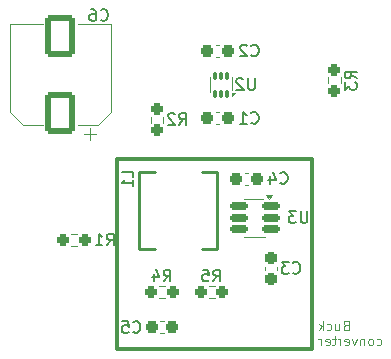
<source format=gbo>
G04 #@! TF.GenerationSoftware,KiCad,Pcbnew,8.0.1*
G04 #@! TF.CreationDate,2024-03-27T22:14:34+01:00*
G04 #@! TF.ProjectId,kurumi,6b757275-6d69-42e6-9b69-6361645f7063,rev?*
G04 #@! TF.SameCoordinates,Original*
G04 #@! TF.FileFunction,Legend,Bot*
G04 #@! TF.FilePolarity,Positive*
%FSLAX46Y46*%
G04 Gerber Fmt 4.6, Leading zero omitted, Abs format (unit mm)*
G04 Created by KiCad (PCBNEW 8.0.1) date 2024-03-27 22:14:34*
%MOMM*%
%LPD*%
G01*
G04 APERTURE LIST*
G04 Aperture macros list*
%AMRoundRect*
0 Rectangle with rounded corners*
0 $1 Rounding radius*
0 $2 $3 $4 $5 $6 $7 $8 $9 X,Y pos of 4 corners*
0 Add a 4 corners polygon primitive as box body*
4,1,4,$2,$3,$4,$5,$6,$7,$8,$9,$2,$3,0*
0 Add four circle primitives for the rounded corners*
1,1,$1+$1,$2,$3*
1,1,$1+$1,$4,$5*
1,1,$1+$1,$6,$7*
1,1,$1+$1,$8,$9*
0 Add four rect primitives between the rounded corners*
20,1,$1+$1,$2,$3,$4,$5,0*
20,1,$1+$1,$4,$5,$6,$7,0*
20,1,$1+$1,$6,$7,$8,$9,0*
20,1,$1+$1,$8,$9,$2,$3,0*%
G04 Aperture macros list end*
%ADD10C,0.300000*%
%ADD11C,0.100000*%
%ADD12C,0.150000*%
%ADD13C,0.152400*%
%ADD14C,0.120000*%
%ADD15C,0.254000*%
%ADD16R,3.000000X3.000000*%
%ADD17C,3.000000*%
%ADD18R,1.700000X1.700000*%
%ADD19O,1.700000X1.700000*%
%ADD20RoundRect,0.237500X-0.250000X-0.237500X0.250000X-0.237500X0.250000X0.237500X-0.250000X0.237500X0*%
%ADD21RoundRect,0.085000X0.085000X-0.265000X0.085000X0.265000X-0.085000X0.265000X-0.085000X-0.265000X0*%
%ADD22RoundRect,0.162500X0.617500X0.162500X-0.617500X0.162500X-0.617500X-0.162500X0.617500X-0.162500X0*%
%ADD23RoundRect,0.237500X-0.300000X-0.237500X0.300000X-0.237500X0.300000X0.237500X-0.300000X0.237500X0*%
%ADD24R,3.500000X2.350000*%
%ADD25RoundRect,0.237500X-0.237500X0.300000X-0.237500X-0.300000X0.237500X-0.300000X0.237500X0.300000X0*%
%ADD26RoundRect,0.237500X0.300000X0.237500X-0.300000X0.237500X-0.300000X-0.237500X0.300000X-0.237500X0*%
%ADD27RoundRect,0.237500X0.237500X-0.250000X0.237500X0.250000X-0.237500X0.250000X-0.237500X-0.250000X0*%
%ADD28RoundRect,0.250000X1.000000X-1.500000X1.000000X1.500000X-1.000000X1.500000X-1.000000X-1.500000X0*%
G04 APERTURE END LIST*
D10*
X23900000Y-25600000D02*
X40400000Y-25600000D01*
X40400000Y-41700000D01*
X23900000Y-41700000D01*
X23900000Y-25600000D01*
D11*
X43265789Y-39701870D02*
X43151503Y-39739965D01*
X43151503Y-39739965D02*
X43113408Y-39778061D01*
X43113408Y-39778061D02*
X43075312Y-39854251D01*
X43075312Y-39854251D02*
X43075312Y-39968537D01*
X43075312Y-39968537D02*
X43113408Y-40044727D01*
X43113408Y-40044727D02*
X43151503Y-40082823D01*
X43151503Y-40082823D02*
X43227693Y-40120918D01*
X43227693Y-40120918D02*
X43532455Y-40120918D01*
X43532455Y-40120918D02*
X43532455Y-39320918D01*
X43532455Y-39320918D02*
X43265789Y-39320918D01*
X43265789Y-39320918D02*
X43189598Y-39359013D01*
X43189598Y-39359013D02*
X43151503Y-39397108D01*
X43151503Y-39397108D02*
X43113408Y-39473299D01*
X43113408Y-39473299D02*
X43113408Y-39549489D01*
X43113408Y-39549489D02*
X43151503Y-39625680D01*
X43151503Y-39625680D02*
X43189598Y-39663775D01*
X43189598Y-39663775D02*
X43265789Y-39701870D01*
X43265789Y-39701870D02*
X43532455Y-39701870D01*
X42389598Y-39587584D02*
X42389598Y-40120918D01*
X42732455Y-39587584D02*
X42732455Y-40006632D01*
X42732455Y-40006632D02*
X42694360Y-40082823D01*
X42694360Y-40082823D02*
X42618170Y-40120918D01*
X42618170Y-40120918D02*
X42503884Y-40120918D01*
X42503884Y-40120918D02*
X42427693Y-40082823D01*
X42427693Y-40082823D02*
X42389598Y-40044727D01*
X41665788Y-40082823D02*
X41741979Y-40120918D01*
X41741979Y-40120918D02*
X41894360Y-40120918D01*
X41894360Y-40120918D02*
X41970550Y-40082823D01*
X41970550Y-40082823D02*
X42008645Y-40044727D01*
X42008645Y-40044727D02*
X42046741Y-39968537D01*
X42046741Y-39968537D02*
X42046741Y-39739965D01*
X42046741Y-39739965D02*
X42008645Y-39663775D01*
X42008645Y-39663775D02*
X41970550Y-39625680D01*
X41970550Y-39625680D02*
X41894360Y-39587584D01*
X41894360Y-39587584D02*
X41741979Y-39587584D01*
X41741979Y-39587584D02*
X41665788Y-39625680D01*
X41322931Y-40120918D02*
X41322931Y-39320918D01*
X41246741Y-39816156D02*
X41018169Y-40120918D01*
X41018169Y-39587584D02*
X41322931Y-39892346D01*
X45894360Y-41370778D02*
X45970551Y-41408873D01*
X45970551Y-41408873D02*
X46122932Y-41408873D01*
X46122932Y-41408873D02*
X46199122Y-41370778D01*
X46199122Y-41370778D02*
X46237217Y-41332682D01*
X46237217Y-41332682D02*
X46275313Y-41256492D01*
X46275313Y-41256492D02*
X46275313Y-41027920D01*
X46275313Y-41027920D02*
X46237217Y-40951730D01*
X46237217Y-40951730D02*
X46199122Y-40913635D01*
X46199122Y-40913635D02*
X46122932Y-40875539D01*
X46122932Y-40875539D02*
X45970551Y-40875539D01*
X45970551Y-40875539D02*
X45894360Y-40913635D01*
X45437218Y-41408873D02*
X45513408Y-41370778D01*
X45513408Y-41370778D02*
X45551503Y-41332682D01*
X45551503Y-41332682D02*
X45589599Y-41256492D01*
X45589599Y-41256492D02*
X45589599Y-41027920D01*
X45589599Y-41027920D02*
X45551503Y-40951730D01*
X45551503Y-40951730D02*
X45513408Y-40913635D01*
X45513408Y-40913635D02*
X45437218Y-40875539D01*
X45437218Y-40875539D02*
X45322932Y-40875539D01*
X45322932Y-40875539D02*
X45246741Y-40913635D01*
X45246741Y-40913635D02*
X45208646Y-40951730D01*
X45208646Y-40951730D02*
X45170551Y-41027920D01*
X45170551Y-41027920D02*
X45170551Y-41256492D01*
X45170551Y-41256492D02*
X45208646Y-41332682D01*
X45208646Y-41332682D02*
X45246741Y-41370778D01*
X45246741Y-41370778D02*
X45322932Y-41408873D01*
X45322932Y-41408873D02*
X45437218Y-41408873D01*
X44827693Y-40875539D02*
X44827693Y-41408873D01*
X44827693Y-40951730D02*
X44789598Y-40913635D01*
X44789598Y-40913635D02*
X44713408Y-40875539D01*
X44713408Y-40875539D02*
X44599122Y-40875539D01*
X44599122Y-40875539D02*
X44522931Y-40913635D01*
X44522931Y-40913635D02*
X44484836Y-40989825D01*
X44484836Y-40989825D02*
X44484836Y-41408873D01*
X44180074Y-40875539D02*
X43989598Y-41408873D01*
X43989598Y-41408873D02*
X43799121Y-40875539D01*
X43189597Y-41370778D02*
X43265788Y-41408873D01*
X43265788Y-41408873D02*
X43418169Y-41408873D01*
X43418169Y-41408873D02*
X43494359Y-41370778D01*
X43494359Y-41370778D02*
X43532455Y-41294587D01*
X43532455Y-41294587D02*
X43532455Y-40989825D01*
X43532455Y-40989825D02*
X43494359Y-40913635D01*
X43494359Y-40913635D02*
X43418169Y-40875539D01*
X43418169Y-40875539D02*
X43265788Y-40875539D01*
X43265788Y-40875539D02*
X43189597Y-40913635D01*
X43189597Y-40913635D02*
X43151502Y-40989825D01*
X43151502Y-40989825D02*
X43151502Y-41066016D01*
X43151502Y-41066016D02*
X43532455Y-41142206D01*
X42808645Y-41408873D02*
X42808645Y-40875539D01*
X42808645Y-41027920D02*
X42770550Y-40951730D01*
X42770550Y-40951730D02*
X42732455Y-40913635D01*
X42732455Y-40913635D02*
X42656264Y-40875539D01*
X42656264Y-40875539D02*
X42580074Y-40875539D01*
X42427693Y-40875539D02*
X42122931Y-40875539D01*
X42313407Y-40608873D02*
X42313407Y-41294587D01*
X42313407Y-41294587D02*
X42275312Y-41370778D01*
X42275312Y-41370778D02*
X42199122Y-41408873D01*
X42199122Y-41408873D02*
X42122931Y-41408873D01*
X41551502Y-41370778D02*
X41627693Y-41408873D01*
X41627693Y-41408873D02*
X41780074Y-41408873D01*
X41780074Y-41408873D02*
X41856264Y-41370778D01*
X41856264Y-41370778D02*
X41894360Y-41294587D01*
X41894360Y-41294587D02*
X41894360Y-40989825D01*
X41894360Y-40989825D02*
X41856264Y-40913635D01*
X41856264Y-40913635D02*
X41780074Y-40875539D01*
X41780074Y-40875539D02*
X41627693Y-40875539D01*
X41627693Y-40875539D02*
X41551502Y-40913635D01*
X41551502Y-40913635D02*
X41513407Y-40989825D01*
X41513407Y-40989825D02*
X41513407Y-41066016D01*
X41513407Y-41066016D02*
X41894360Y-41142206D01*
X41170550Y-41408873D02*
X41170550Y-40875539D01*
X41170550Y-41027920D02*
X41132455Y-40951730D01*
X41132455Y-40951730D02*
X41094360Y-40913635D01*
X41094360Y-40913635D02*
X41018169Y-40875539D01*
X41018169Y-40875539D02*
X40941979Y-40875539D01*
D12*
X27854166Y-36004819D02*
X28187499Y-35528628D01*
X28425594Y-36004819D02*
X28425594Y-35004819D01*
X28425594Y-35004819D02*
X28044642Y-35004819D01*
X28044642Y-35004819D02*
X27949404Y-35052438D01*
X27949404Y-35052438D02*
X27901785Y-35100057D01*
X27901785Y-35100057D02*
X27854166Y-35195295D01*
X27854166Y-35195295D02*
X27854166Y-35338152D01*
X27854166Y-35338152D02*
X27901785Y-35433390D01*
X27901785Y-35433390D02*
X27949404Y-35481009D01*
X27949404Y-35481009D02*
X28044642Y-35528628D01*
X28044642Y-35528628D02*
X28425594Y-35528628D01*
X26997023Y-35338152D02*
X26997023Y-36004819D01*
X27235118Y-34957200D02*
X27473213Y-35671485D01*
X27473213Y-35671485D02*
X26854166Y-35671485D01*
X35561904Y-18804819D02*
X35561904Y-19614342D01*
X35561904Y-19614342D02*
X35514285Y-19709580D01*
X35514285Y-19709580D02*
X35466666Y-19757200D01*
X35466666Y-19757200D02*
X35371428Y-19804819D01*
X35371428Y-19804819D02*
X35180952Y-19804819D01*
X35180952Y-19804819D02*
X35085714Y-19757200D01*
X35085714Y-19757200D02*
X35038095Y-19709580D01*
X35038095Y-19709580D02*
X34990476Y-19614342D01*
X34990476Y-19614342D02*
X34990476Y-18804819D01*
X34561904Y-18900057D02*
X34514285Y-18852438D01*
X34514285Y-18852438D02*
X34419047Y-18804819D01*
X34419047Y-18804819D02*
X34180952Y-18804819D01*
X34180952Y-18804819D02*
X34085714Y-18852438D01*
X34085714Y-18852438D02*
X34038095Y-18900057D01*
X34038095Y-18900057D02*
X33990476Y-18995295D01*
X33990476Y-18995295D02*
X33990476Y-19090533D01*
X33990476Y-19090533D02*
X34038095Y-19233390D01*
X34038095Y-19233390D02*
X34609523Y-19804819D01*
X34609523Y-19804819D02*
X33990476Y-19804819D01*
X32066666Y-36004819D02*
X32399999Y-35528628D01*
X32638094Y-36004819D02*
X32638094Y-35004819D01*
X32638094Y-35004819D02*
X32257142Y-35004819D01*
X32257142Y-35004819D02*
X32161904Y-35052438D01*
X32161904Y-35052438D02*
X32114285Y-35100057D01*
X32114285Y-35100057D02*
X32066666Y-35195295D01*
X32066666Y-35195295D02*
X32066666Y-35338152D01*
X32066666Y-35338152D02*
X32114285Y-35433390D01*
X32114285Y-35433390D02*
X32161904Y-35481009D01*
X32161904Y-35481009D02*
X32257142Y-35528628D01*
X32257142Y-35528628D02*
X32638094Y-35528628D01*
X31161904Y-35004819D02*
X31638094Y-35004819D01*
X31638094Y-35004819D02*
X31685713Y-35481009D01*
X31685713Y-35481009D02*
X31638094Y-35433390D01*
X31638094Y-35433390D02*
X31542856Y-35385771D01*
X31542856Y-35385771D02*
X31304761Y-35385771D01*
X31304761Y-35385771D02*
X31209523Y-35433390D01*
X31209523Y-35433390D02*
X31161904Y-35481009D01*
X31161904Y-35481009D02*
X31114285Y-35576247D01*
X31114285Y-35576247D02*
X31114285Y-35814342D01*
X31114285Y-35814342D02*
X31161904Y-35909580D01*
X31161904Y-35909580D02*
X31209523Y-35957200D01*
X31209523Y-35957200D02*
X31304761Y-36004819D01*
X31304761Y-36004819D02*
X31542856Y-36004819D01*
X31542856Y-36004819D02*
X31638094Y-35957200D01*
X31638094Y-35957200D02*
X31685713Y-35909580D01*
X40011904Y-30054819D02*
X40011904Y-30864342D01*
X40011904Y-30864342D02*
X39964285Y-30959580D01*
X39964285Y-30959580D02*
X39916666Y-31007200D01*
X39916666Y-31007200D02*
X39821428Y-31054819D01*
X39821428Y-31054819D02*
X39630952Y-31054819D01*
X39630952Y-31054819D02*
X39535714Y-31007200D01*
X39535714Y-31007200D02*
X39488095Y-30959580D01*
X39488095Y-30959580D02*
X39440476Y-30864342D01*
X39440476Y-30864342D02*
X39440476Y-30054819D01*
X39059523Y-30054819D02*
X38440476Y-30054819D01*
X38440476Y-30054819D02*
X38773809Y-30435771D01*
X38773809Y-30435771D02*
X38630952Y-30435771D01*
X38630952Y-30435771D02*
X38535714Y-30483390D01*
X38535714Y-30483390D02*
X38488095Y-30531009D01*
X38488095Y-30531009D02*
X38440476Y-30626247D01*
X38440476Y-30626247D02*
X38440476Y-30864342D01*
X38440476Y-30864342D02*
X38488095Y-30959580D01*
X38488095Y-30959580D02*
X38535714Y-31007200D01*
X38535714Y-31007200D02*
X38630952Y-31054819D01*
X38630952Y-31054819D02*
X38916666Y-31054819D01*
X38916666Y-31054819D02*
X39011904Y-31007200D01*
X39011904Y-31007200D02*
X39059523Y-30959580D01*
X23029166Y-32954819D02*
X23362499Y-32478628D01*
X23600594Y-32954819D02*
X23600594Y-31954819D01*
X23600594Y-31954819D02*
X23219642Y-31954819D01*
X23219642Y-31954819D02*
X23124404Y-32002438D01*
X23124404Y-32002438D02*
X23076785Y-32050057D01*
X23076785Y-32050057D02*
X23029166Y-32145295D01*
X23029166Y-32145295D02*
X23029166Y-32288152D01*
X23029166Y-32288152D02*
X23076785Y-32383390D01*
X23076785Y-32383390D02*
X23124404Y-32431009D01*
X23124404Y-32431009D02*
X23219642Y-32478628D01*
X23219642Y-32478628D02*
X23600594Y-32478628D01*
X22076785Y-32954819D02*
X22648213Y-32954819D01*
X22362499Y-32954819D02*
X22362499Y-31954819D01*
X22362499Y-31954819D02*
X22457737Y-32097676D01*
X22457737Y-32097676D02*
X22552975Y-32192914D01*
X22552975Y-32192914D02*
X22648213Y-32240533D01*
X35266666Y-16859580D02*
X35314285Y-16907200D01*
X35314285Y-16907200D02*
X35457142Y-16954819D01*
X35457142Y-16954819D02*
X35552380Y-16954819D01*
X35552380Y-16954819D02*
X35695237Y-16907200D01*
X35695237Y-16907200D02*
X35790475Y-16811961D01*
X35790475Y-16811961D02*
X35838094Y-16716723D01*
X35838094Y-16716723D02*
X35885713Y-16526247D01*
X35885713Y-16526247D02*
X35885713Y-16383390D01*
X35885713Y-16383390D02*
X35838094Y-16192914D01*
X35838094Y-16192914D02*
X35790475Y-16097676D01*
X35790475Y-16097676D02*
X35695237Y-16002438D01*
X35695237Y-16002438D02*
X35552380Y-15954819D01*
X35552380Y-15954819D02*
X35457142Y-15954819D01*
X35457142Y-15954819D02*
X35314285Y-16002438D01*
X35314285Y-16002438D02*
X35266666Y-16050057D01*
X34885713Y-16050057D02*
X34838094Y-16002438D01*
X34838094Y-16002438D02*
X34742856Y-15954819D01*
X34742856Y-15954819D02*
X34504761Y-15954819D01*
X34504761Y-15954819D02*
X34409523Y-16002438D01*
X34409523Y-16002438D02*
X34361904Y-16050057D01*
X34361904Y-16050057D02*
X34314285Y-16145295D01*
X34314285Y-16145295D02*
X34314285Y-16240533D01*
X34314285Y-16240533D02*
X34361904Y-16383390D01*
X34361904Y-16383390D02*
X34933332Y-16954819D01*
X34933332Y-16954819D02*
X34314285Y-16954819D01*
D13*
X25215093Y-27141793D02*
X25215093Y-26706365D01*
X25215093Y-26706365D02*
X24300693Y-26706365D01*
X25215093Y-27925565D02*
X25215093Y-27403051D01*
X25215093Y-27664308D02*
X24300693Y-27664308D01*
X24300693Y-27664308D02*
X24431322Y-27577222D01*
X24431322Y-27577222D02*
X24518408Y-27490137D01*
X24518408Y-27490137D02*
X24561951Y-27403051D01*
D12*
X38779166Y-35259580D02*
X38826785Y-35307200D01*
X38826785Y-35307200D02*
X38969642Y-35354819D01*
X38969642Y-35354819D02*
X39064880Y-35354819D01*
X39064880Y-35354819D02*
X39207737Y-35307200D01*
X39207737Y-35307200D02*
X39302975Y-35211961D01*
X39302975Y-35211961D02*
X39350594Y-35116723D01*
X39350594Y-35116723D02*
X39398213Y-34926247D01*
X39398213Y-34926247D02*
X39398213Y-34783390D01*
X39398213Y-34783390D02*
X39350594Y-34592914D01*
X39350594Y-34592914D02*
X39302975Y-34497676D01*
X39302975Y-34497676D02*
X39207737Y-34402438D01*
X39207737Y-34402438D02*
X39064880Y-34354819D01*
X39064880Y-34354819D02*
X38969642Y-34354819D01*
X38969642Y-34354819D02*
X38826785Y-34402438D01*
X38826785Y-34402438D02*
X38779166Y-34450057D01*
X38445832Y-34354819D02*
X37826785Y-34354819D01*
X37826785Y-34354819D02*
X38160118Y-34735771D01*
X38160118Y-34735771D02*
X38017261Y-34735771D01*
X38017261Y-34735771D02*
X37922023Y-34783390D01*
X37922023Y-34783390D02*
X37874404Y-34831009D01*
X37874404Y-34831009D02*
X37826785Y-34926247D01*
X37826785Y-34926247D02*
X37826785Y-35164342D01*
X37826785Y-35164342D02*
X37874404Y-35259580D01*
X37874404Y-35259580D02*
X37922023Y-35307200D01*
X37922023Y-35307200D02*
X38017261Y-35354819D01*
X38017261Y-35354819D02*
X38302975Y-35354819D01*
X38302975Y-35354819D02*
X38398213Y-35307200D01*
X38398213Y-35307200D02*
X38445832Y-35259580D01*
X25266666Y-40259580D02*
X25314285Y-40307200D01*
X25314285Y-40307200D02*
X25457142Y-40354819D01*
X25457142Y-40354819D02*
X25552380Y-40354819D01*
X25552380Y-40354819D02*
X25695237Y-40307200D01*
X25695237Y-40307200D02*
X25790475Y-40211961D01*
X25790475Y-40211961D02*
X25838094Y-40116723D01*
X25838094Y-40116723D02*
X25885713Y-39926247D01*
X25885713Y-39926247D02*
X25885713Y-39783390D01*
X25885713Y-39783390D02*
X25838094Y-39592914D01*
X25838094Y-39592914D02*
X25790475Y-39497676D01*
X25790475Y-39497676D02*
X25695237Y-39402438D01*
X25695237Y-39402438D02*
X25552380Y-39354819D01*
X25552380Y-39354819D02*
X25457142Y-39354819D01*
X25457142Y-39354819D02*
X25314285Y-39402438D01*
X25314285Y-39402438D02*
X25266666Y-39450057D01*
X24361904Y-39354819D02*
X24838094Y-39354819D01*
X24838094Y-39354819D02*
X24885713Y-39831009D01*
X24885713Y-39831009D02*
X24838094Y-39783390D01*
X24838094Y-39783390D02*
X24742856Y-39735771D01*
X24742856Y-39735771D02*
X24504761Y-39735771D01*
X24504761Y-39735771D02*
X24409523Y-39783390D01*
X24409523Y-39783390D02*
X24361904Y-39831009D01*
X24361904Y-39831009D02*
X24314285Y-39926247D01*
X24314285Y-39926247D02*
X24314285Y-40164342D01*
X24314285Y-40164342D02*
X24361904Y-40259580D01*
X24361904Y-40259580D02*
X24409523Y-40307200D01*
X24409523Y-40307200D02*
X24504761Y-40354819D01*
X24504761Y-40354819D02*
X24742856Y-40354819D01*
X24742856Y-40354819D02*
X24838094Y-40307200D01*
X24838094Y-40307200D02*
X24885713Y-40259580D01*
X35266666Y-22559580D02*
X35314285Y-22607200D01*
X35314285Y-22607200D02*
X35457142Y-22654819D01*
X35457142Y-22654819D02*
X35552380Y-22654819D01*
X35552380Y-22654819D02*
X35695237Y-22607200D01*
X35695237Y-22607200D02*
X35790475Y-22511961D01*
X35790475Y-22511961D02*
X35838094Y-22416723D01*
X35838094Y-22416723D02*
X35885713Y-22226247D01*
X35885713Y-22226247D02*
X35885713Y-22083390D01*
X35885713Y-22083390D02*
X35838094Y-21892914D01*
X35838094Y-21892914D02*
X35790475Y-21797676D01*
X35790475Y-21797676D02*
X35695237Y-21702438D01*
X35695237Y-21702438D02*
X35552380Y-21654819D01*
X35552380Y-21654819D02*
X35457142Y-21654819D01*
X35457142Y-21654819D02*
X35314285Y-21702438D01*
X35314285Y-21702438D02*
X35266666Y-21750057D01*
X34314285Y-22654819D02*
X34885713Y-22654819D01*
X34599999Y-22654819D02*
X34599999Y-21654819D01*
X34599999Y-21654819D02*
X34695237Y-21797676D01*
X34695237Y-21797676D02*
X34790475Y-21892914D01*
X34790475Y-21892914D02*
X34885713Y-21940533D01*
X44184819Y-18820833D02*
X43708628Y-18487500D01*
X44184819Y-18249405D02*
X43184819Y-18249405D01*
X43184819Y-18249405D02*
X43184819Y-18630357D01*
X43184819Y-18630357D02*
X43232438Y-18725595D01*
X43232438Y-18725595D02*
X43280057Y-18773214D01*
X43280057Y-18773214D02*
X43375295Y-18820833D01*
X43375295Y-18820833D02*
X43518152Y-18820833D01*
X43518152Y-18820833D02*
X43613390Y-18773214D01*
X43613390Y-18773214D02*
X43661009Y-18725595D01*
X43661009Y-18725595D02*
X43708628Y-18630357D01*
X43708628Y-18630357D02*
X43708628Y-18249405D01*
X43184819Y-19154167D02*
X43184819Y-19773214D01*
X43184819Y-19773214D02*
X43565771Y-19439881D01*
X43565771Y-19439881D02*
X43565771Y-19582738D01*
X43565771Y-19582738D02*
X43613390Y-19677976D01*
X43613390Y-19677976D02*
X43661009Y-19725595D01*
X43661009Y-19725595D02*
X43756247Y-19773214D01*
X43756247Y-19773214D02*
X43994342Y-19773214D01*
X43994342Y-19773214D02*
X44089580Y-19725595D01*
X44089580Y-19725595D02*
X44137200Y-19677976D01*
X44137200Y-19677976D02*
X44184819Y-19582738D01*
X44184819Y-19582738D02*
X44184819Y-19297024D01*
X44184819Y-19297024D02*
X44137200Y-19201786D01*
X44137200Y-19201786D02*
X44089580Y-19154167D01*
X37716666Y-27659580D02*
X37764285Y-27707200D01*
X37764285Y-27707200D02*
X37907142Y-27754819D01*
X37907142Y-27754819D02*
X38002380Y-27754819D01*
X38002380Y-27754819D02*
X38145237Y-27707200D01*
X38145237Y-27707200D02*
X38240475Y-27611961D01*
X38240475Y-27611961D02*
X38288094Y-27516723D01*
X38288094Y-27516723D02*
X38335713Y-27326247D01*
X38335713Y-27326247D02*
X38335713Y-27183390D01*
X38335713Y-27183390D02*
X38288094Y-26992914D01*
X38288094Y-26992914D02*
X38240475Y-26897676D01*
X38240475Y-26897676D02*
X38145237Y-26802438D01*
X38145237Y-26802438D02*
X38002380Y-26754819D01*
X38002380Y-26754819D02*
X37907142Y-26754819D01*
X37907142Y-26754819D02*
X37764285Y-26802438D01*
X37764285Y-26802438D02*
X37716666Y-26850057D01*
X36859523Y-27088152D02*
X36859523Y-27754819D01*
X37097618Y-26707200D02*
X37335713Y-27421485D01*
X37335713Y-27421485D02*
X36716666Y-27421485D01*
X22516666Y-13859580D02*
X22564285Y-13907200D01*
X22564285Y-13907200D02*
X22707142Y-13954819D01*
X22707142Y-13954819D02*
X22802380Y-13954819D01*
X22802380Y-13954819D02*
X22945237Y-13907200D01*
X22945237Y-13907200D02*
X23040475Y-13811961D01*
X23040475Y-13811961D02*
X23088094Y-13716723D01*
X23088094Y-13716723D02*
X23135713Y-13526247D01*
X23135713Y-13526247D02*
X23135713Y-13383390D01*
X23135713Y-13383390D02*
X23088094Y-13192914D01*
X23088094Y-13192914D02*
X23040475Y-13097676D01*
X23040475Y-13097676D02*
X22945237Y-13002438D01*
X22945237Y-13002438D02*
X22802380Y-12954819D01*
X22802380Y-12954819D02*
X22707142Y-12954819D01*
X22707142Y-12954819D02*
X22564285Y-13002438D01*
X22564285Y-13002438D02*
X22516666Y-13050057D01*
X21659523Y-12954819D02*
X21849999Y-12954819D01*
X21849999Y-12954819D02*
X21945237Y-13002438D01*
X21945237Y-13002438D02*
X21992856Y-13050057D01*
X21992856Y-13050057D02*
X22088094Y-13192914D01*
X22088094Y-13192914D02*
X22135713Y-13383390D01*
X22135713Y-13383390D02*
X22135713Y-13764342D01*
X22135713Y-13764342D02*
X22088094Y-13859580D01*
X22088094Y-13859580D02*
X22040475Y-13907200D01*
X22040475Y-13907200D02*
X21945237Y-13954819D01*
X21945237Y-13954819D02*
X21754761Y-13954819D01*
X21754761Y-13954819D02*
X21659523Y-13907200D01*
X21659523Y-13907200D02*
X21611904Y-13859580D01*
X21611904Y-13859580D02*
X21564285Y-13764342D01*
X21564285Y-13764342D02*
X21564285Y-13526247D01*
X21564285Y-13526247D02*
X21611904Y-13431009D01*
X21611904Y-13431009D02*
X21659523Y-13383390D01*
X21659523Y-13383390D02*
X21754761Y-13335771D01*
X21754761Y-13335771D02*
X21945237Y-13335771D01*
X21945237Y-13335771D02*
X22040475Y-13383390D01*
X22040475Y-13383390D02*
X22088094Y-13431009D01*
X22088094Y-13431009D02*
X22135713Y-13526247D01*
X29166666Y-22754819D02*
X29499999Y-22278628D01*
X29738094Y-22754819D02*
X29738094Y-21754819D01*
X29738094Y-21754819D02*
X29357142Y-21754819D01*
X29357142Y-21754819D02*
X29261904Y-21802438D01*
X29261904Y-21802438D02*
X29214285Y-21850057D01*
X29214285Y-21850057D02*
X29166666Y-21945295D01*
X29166666Y-21945295D02*
X29166666Y-22088152D01*
X29166666Y-22088152D02*
X29214285Y-22183390D01*
X29214285Y-22183390D02*
X29261904Y-22231009D01*
X29261904Y-22231009D02*
X29357142Y-22278628D01*
X29357142Y-22278628D02*
X29738094Y-22278628D01*
X28785713Y-21850057D02*
X28738094Y-21802438D01*
X28738094Y-21802438D02*
X28642856Y-21754819D01*
X28642856Y-21754819D02*
X28404761Y-21754819D01*
X28404761Y-21754819D02*
X28309523Y-21802438D01*
X28309523Y-21802438D02*
X28261904Y-21850057D01*
X28261904Y-21850057D02*
X28214285Y-21945295D01*
X28214285Y-21945295D02*
X28214285Y-22040533D01*
X28214285Y-22040533D02*
X28261904Y-22183390D01*
X28261904Y-22183390D02*
X28833332Y-22754819D01*
X28833332Y-22754819D02*
X28214285Y-22754819D01*
D14*
X27942224Y-36377500D02*
X27432776Y-36377500D01*
X27942224Y-37422500D02*
X27432776Y-37422500D01*
X31800000Y-20000000D02*
X31800000Y-18700000D01*
X33600000Y-19800000D02*
X33600000Y-18700000D01*
X33600000Y-20330000D02*
X33600000Y-20050000D01*
X33880000Y-20050000D01*
X33600000Y-20330000D01*
G36*
X33600000Y-20330000D02*
G01*
X33600000Y-20050000D01*
X33880000Y-20050000D01*
X33600000Y-20330000D01*
G37*
X32154724Y-36377500D02*
X31645276Y-36377500D01*
X32154724Y-37422500D02*
X31645276Y-37422500D01*
X34650000Y-28990000D02*
X35450000Y-28990000D01*
X34650000Y-32210000D02*
X36450000Y-32210000D01*
X36250000Y-28990000D02*
X35450000Y-28990000D01*
X36750000Y-29040000D02*
X36510000Y-28710000D01*
X36990000Y-28710000D01*
X36750000Y-29040000D01*
G36*
X36750000Y-29040000D02*
G01*
X36510000Y-28710000D01*
X36990000Y-28710000D01*
X36750000Y-29040000D01*
G37*
X20504724Y-31977500D02*
X19995276Y-31977500D01*
X20504724Y-33022500D02*
X19995276Y-33022500D01*
X32546267Y-15990000D02*
X32253733Y-15990000D01*
X32546267Y-17010000D02*
X32253733Y-17010000D01*
D15*
X25800000Y-33300000D02*
X25800000Y-26700100D01*
X27118900Y-26700100D02*
X25800000Y-26700100D01*
X27118900Y-33300000D02*
X25800000Y-33300000D01*
X32400000Y-26700100D02*
X31081100Y-26700100D01*
X32400000Y-33300000D02*
X31081100Y-33300000D01*
X32400000Y-33300000D02*
X32400000Y-26700100D01*
D14*
X36402500Y-35046267D02*
X36402500Y-34753733D01*
X37422500Y-35046267D02*
X37422500Y-34753733D01*
X27846267Y-39390000D02*
X27553733Y-39390000D01*
X27846267Y-40410000D02*
X27553733Y-40410000D01*
X32253733Y-21690000D02*
X32546267Y-21690000D01*
X32253733Y-22710000D02*
X32546267Y-22710000D01*
X41777500Y-18732776D02*
X41777500Y-19242224D01*
X42822500Y-18732776D02*
X42822500Y-19242224D01*
X34703733Y-26790000D02*
X34996267Y-26790000D01*
X34703733Y-27810000D02*
X34996267Y-27810000D01*
X14840000Y-14240000D02*
X14840000Y-21695563D01*
X14840000Y-21695563D02*
X15904437Y-22760000D01*
X17590000Y-14240000D02*
X14840000Y-14240000D01*
X17590000Y-22760000D02*
X15904437Y-22760000D01*
X20610000Y-14240000D02*
X23360000Y-14240000D01*
X20610000Y-22760000D02*
X22295563Y-22760000D01*
X21110000Y-23500000D02*
X22110000Y-23500000D01*
X21610000Y-23000000D02*
X21610000Y-24000000D01*
X23360000Y-14240000D02*
X23360000Y-21695563D01*
X23360000Y-21695563D02*
X22295563Y-22760000D01*
X26777500Y-22045276D02*
X26777500Y-22554724D01*
X27822500Y-22045276D02*
X27822500Y-22554724D01*
%LPC*%
D16*
X16150000Y-27420000D03*
D17*
X16150000Y-32500000D03*
X16150000Y-37580000D03*
D18*
X46200000Y-22420000D03*
D19*
X46200000Y-19880000D03*
X46200000Y-17340000D03*
X46200000Y-14800000D03*
D16*
X47100000Y-33880000D03*
D17*
X47100000Y-28800000D03*
D20*
X26775000Y-36900000D03*
X28600000Y-36900000D03*
D21*
X33200000Y-20100000D03*
X32700000Y-20100000D03*
X32200000Y-20100000D03*
X32200000Y-18600000D03*
X32700000Y-18600000D03*
X33200000Y-18600000D03*
D20*
X30987500Y-36900000D03*
X32812500Y-36900000D03*
D22*
X36900000Y-29650000D03*
X36900000Y-30600000D03*
X36900000Y-31550000D03*
X34200000Y-31550000D03*
X34200000Y-30600000D03*
X34200000Y-29650000D03*
D20*
X19337500Y-32500000D03*
X21162500Y-32500000D03*
D23*
X31537500Y-16500000D03*
X33262500Y-16500000D03*
D24*
X29100000Y-27150000D03*
X29100000Y-32850000D03*
D25*
X36912500Y-34037500D03*
X36912500Y-35762500D03*
D23*
X26837500Y-39900000D03*
X28562500Y-39900000D03*
D26*
X33262500Y-22200000D03*
X31537500Y-22200000D03*
D27*
X42300000Y-19900000D03*
X42300000Y-18075000D03*
D26*
X35712500Y-27300000D03*
X33987500Y-27300000D03*
D28*
X19100000Y-21750000D03*
X19100000Y-15250000D03*
D27*
X27300000Y-23212500D03*
X27300000Y-21387500D03*
%LPD*%
M02*

</source>
